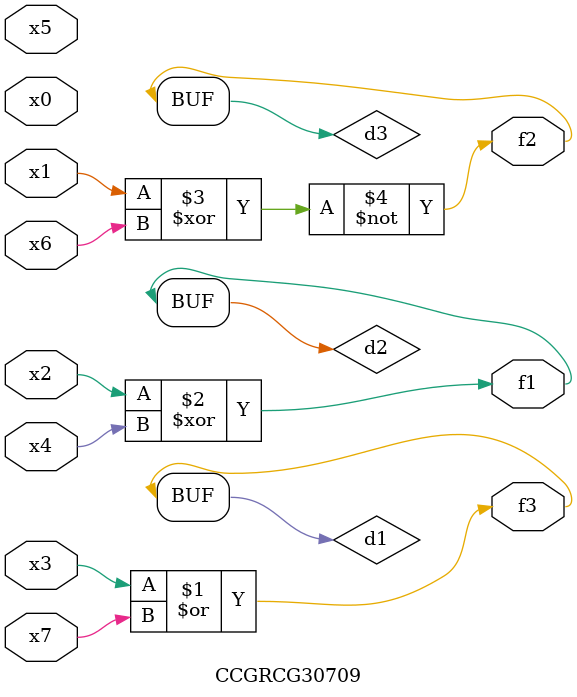
<source format=v>
module CCGRCG30709(
	input x0, x1, x2, x3, x4, x5, x6, x7,
	output f1, f2, f3
);

	wire d1, d2, d3;

	or (d1, x3, x7);
	xor (d2, x2, x4);
	xnor (d3, x1, x6);
	assign f1 = d2;
	assign f2 = d3;
	assign f3 = d1;
endmodule

</source>
